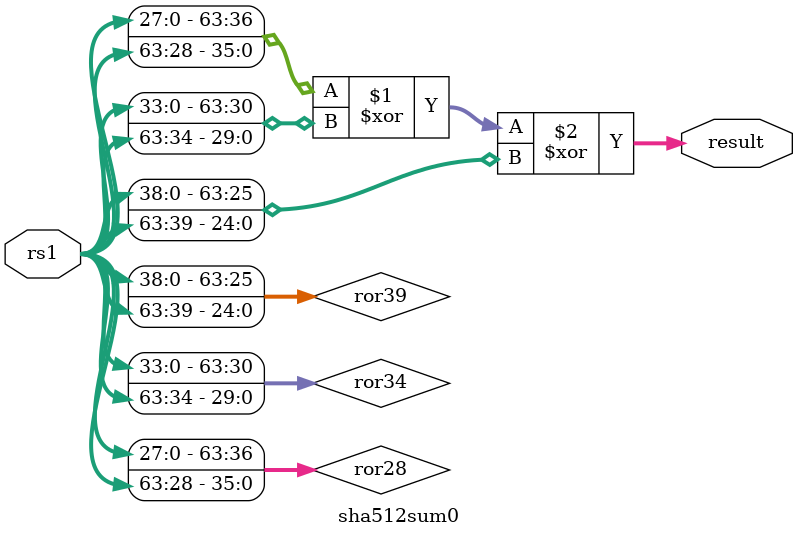
<source format=sv>

module sha512sum0(
   input  logic [63:0] rs1, 
   output logic [63:0] result
);

   logic [63:0] ror28, ror34, ror39;
   
   assign ror28 = {rs1[27:0], rs1[63:28]};
   assign ror34 = {rs1[33:0], rs1[63:34]};
   assign ror39 = {rs1[38:0], rs1[63:39]};
   
   // Assign output to xor of 3 rotates
   assign result = ror28 ^ ror34 ^ ror39;
endmodule

</source>
